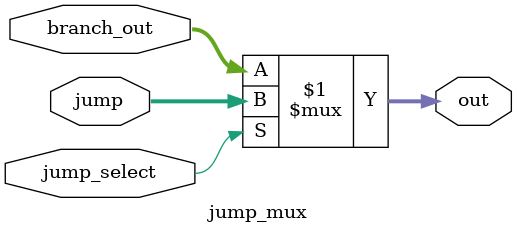
<source format=v>
module jump_mux (
    input [31:0] jump,
    input [31:0] branch_out,
    input jump_select,
    output [31:0] out
);

assign out = (jump_select) ? jump : branch_out;

endmodule
</source>
